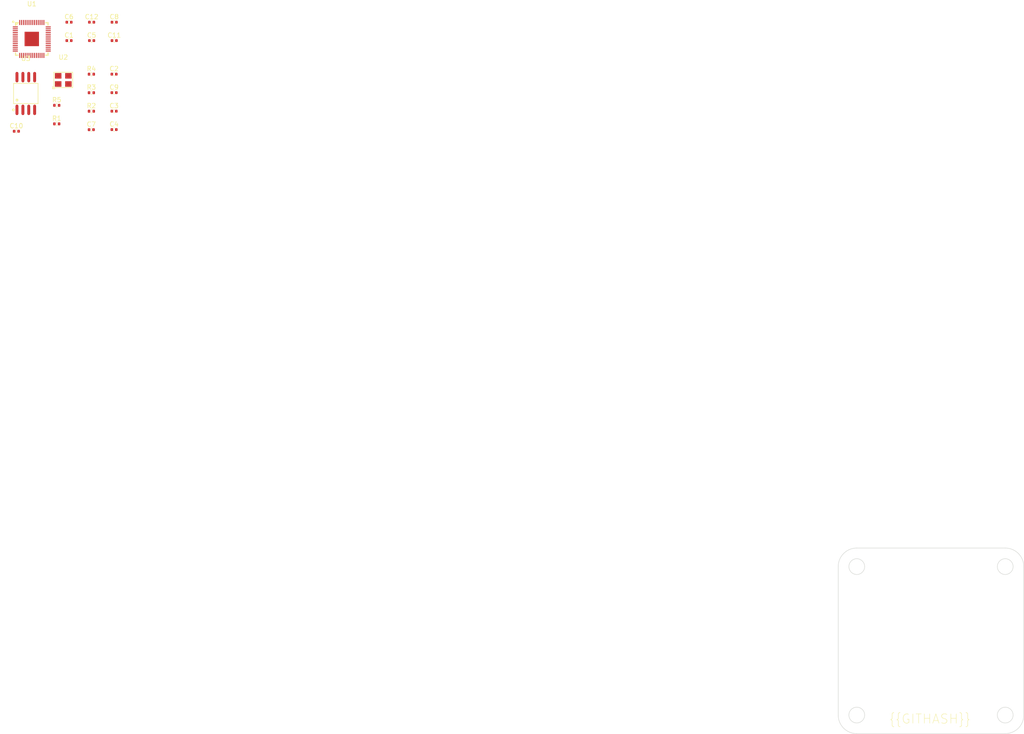
<source format=kicad_pcb>
(kicad_pcb (version 20221018) (generator pcbnew)
  (layers (0 "F.Cu" signal) (31 "B.Cu" signal) (34 "B.Paste" user) (35 "F.Paste" user) (36 "B.SilkS" user "B.Silkscreen") (37 "F.SilkS" user "F.Silkscreen") (38 "B.Mask" user) (39 "F.Mask" user) (44 "Edge.Cuts" user))
  (net 0 "")
  (net 1 "cs")
  (net 2 "io1")
  (net 3 "io2")
  (net 4 "gnd")
  (net 5 "vcc")
  (net 6 "io3")
  (net 7 "sck")
  (net 8 "io0")
  (net 9 "xout")
  (net 10 "vcc-3")
  (net 11 "usb_dp")
  (net 12 "dp")
  (net 13 "dm")
  (net 14 "usb_dm")
  (net 15 "run")
  (net 16 "vcc-2")
  (net 17 "gpio0")
  (net 18 "gpio1")
  (net 19 "gpio2")
  (net 20 "gpio3")
  (net 21 "gpio4")
  (net 22 "gpio5")
  (net 23 "gpio6")
  (net 24 "gpio7")
  (net 25 "miso")
  (net 26 "cs-1")
  (net 27 "sck-1")
  (net 28 "mosi")
  (net 29 "gpio12")
  (net 30 "gpio13")
  (net 31 "gpio14")
  (net 32 "gpio15")
  (net 33 "vcc-1")
  (net 34 "swclk")
  (net 35 "swdio")
  (net 36 "gpio16")
  (net 37 "gpio17")
  (net 38 "gpio18")
  (net 39 "gpio19")
  (net 40 "sda")
  (net 41 "scl")
  (net 42 "gpio22")
  (net 43 "gpio23")
  (net 44 "gpio24")
  (net 45 "gpio25")
  (net 46 "gpio26_a0")
  (net 47 "gpio27_a1")
  (net 48 "gpio28_a2")
  (net 49 "gpio29_a3")
  (footprint "lib:C0402" (layer "F.Cu") (at 60.62 -12.39)
    (fp_text reference "C7" (at 0 -1.16) (layer "F.SilkS"))
    (fp_text value "100.0 nF")
    (fp_line (start -0.107836 -0.36) (end 0.107836 -0.36) (stroke (width 0.12)) (layer "F.SilkS"))
    (fp_line (start -0.107836 0.36) (end 0.107836 0.36) (stroke (width 0.12)) (layer "F.SilkS"))
    (pad "1" smd roundrect (at -0.48 0) (size 0.56 0.62) (layers "F.Cu" "F.Paste" "F.Mask") (net 5 "vcc"))
    (pad "2" smd roundrect (at 0.48 0) (size 0.56 0.62) (layers "F.Cu" "F.Paste" "F.Mask") (net 4 "gnd"))
  )
  (footprint "lib:C0402" (layer "F.Cu") (at 65.56 -31.59)
    (fp_text reference "C11" (at 0 -1.16) (layer "F.SilkS"))
    (fp_text value "100.0 nF")
    (fp_line (start -0.107836 -0.36) (end 0.107836 -0.36) (stroke (width 0.12)) (layer "F.SilkS"))
    (fp_line (start -0.107836 0.36) (end 0.107836 0.36) (stroke (width 0.12)) (layer "F.SilkS"))
    (pad "1" smd roundrect (at -0.48 0) (size 0.56 0.62) (layers "F.Cu" "F.Paste" "F.Mask") (net 33 "vcc-1"))
    (pad "2" smd roundrect (at 0.48 0) (size 0.56 0.62) (layers "F.Cu" "F.Paste" "F.Mask") (net 4 "gnd"))
  )
  (footprint "lib:C0402" (layer "F.Cu") (at 65.56 -35.56)
    (fp_text reference "C8" (at 0 -1.16) (layer "F.SilkS"))
    (fp_text value "1.0 uF")
    (fp_line (start -0.107836 -0.36) (end 0.107836 -0.36) (stroke (width 0.12)) (layer "F.SilkS"))
    (fp_line (start -0.107836 0.36) (end 0.107836 0.36) (stroke (width 0.12)) (layer "F.SilkS"))
    (pad "1" smd roundrect (at -0.48 0) (size 0.56 0.62) (layers "F.Cu" "F.Paste" "F.Mask") (net 5 "vcc"))
    (pad "2" smd roundrect (at 0.48 0) (size 0.56 0.62) (layers "F.Cu" "F.Paste" "F.Mask") (net 4 "gnd"))
  )
  (footprint "lib:R0402" (layer "F.Cu") (at 60.64 -16.37)
    (fp_text reference "R2" (at 0 -1.17) (layer "F.SilkS"))
    (fp_text value "27.0 KΩ")
    (fp_line (start -0.153641 -0.38) (end 0.153641 -0.38) (stroke (width 0.12)) (layer "F.SilkS"))
    (fp_line (start -0.153641 0.38) (end 0.153641 0.38) (stroke (width 0.12)) (layer "F.SilkS"))
    (pad "1" smd roundrect (at -0.51 0) (size 0.54 0.64) (layers "F.Cu" "F.Paste" "F.Mask") (net 11 "usb_dp"))
    (pad "2" smd roundrect (at 0.51 0) (size 0.54 0.64) (layers "F.Cu" "F.Paste" "F.Mask") (net 12 "dp"))
  )
  (footprint "lib:SOIC-8_L5.3-W5.3-P1.27-LS8.0-BL" (layer "F.Cu") (at 46.505 -20.19)
    (fp_text reference "U3" (at 0 -7.53) (layer "F.SilkS"))
    (fp_text value "")
    (fp_line (start -2.64 -2.18) (end 2.64 -2.18) (stroke (width 0.15)) (layer "F.SilkS"))
    (fp_line (start -2.64 2.18) (end -2.64 -2.18) (stroke (width 0.15)) (layer "F.SilkS"))
    (fp_line (start 2.64 -2.18) (end 2.64 2.18) (stroke (width 0.15)) (layer "F.SilkS"))
    (fp_line (start 2.64 2.18) (end -2.64 2.18) (stroke (width 0.15)) (layer "F.SilkS"))
    (fp_circle (center -2.67 3.53) (end -2.52 3.53) (stroke (width 0.3)) (fill none) (layer "F.SilkS"))
    (fp_circle (center -1.91 1.42) (end -1.76 1.42) (stroke (width 0.3)) (fill none) (layer "F.SilkS"))
    (pad "1" smd oval (at -1.91 3.53) (size 0.63 2.25) (layers "F.Cu" "F.Paste" "F.Mask") (net 1 "cs"))
    (pad "2" smd oval (at -0.63 3.53) (size 0.63 2.25) (layers "F.Cu" "F.Paste" "F.Mask") (net 2 "io1"))
    (pad "3" smd oval (at 0.63 3.53) (size 0.63 2.25) (layers "F.Cu" "F.Paste" "F.Mask") (net 3 "io2"))
    (pad "4" smd oval (at 1.9 3.53) (size 0.63 2.25) (layers "F.Cu" "F.Paste" "F.Mask") (net 4 "gnd"))
    (pad "5" smd oval (at 1.9 -3.53) (size 0.63 2.25) (layers "F.Cu" "F.Paste" "F.Mask") (net 8 "io0"))
    (pad "6" smd oval (at 0.63 -3.53) (size 0.63 2.25) (layers "F.Cu" "F.Paste" "F.Mask") (net 7 "sck"))
    (pad "7" smd oval (at -0.63 -3.53) (size 0.63 2.25) (layers "F.Cu" "F.Paste" "F.Mask") (net 6 "io3"))
    (pad "8" smd oval (at -1.91 -3.53) (size 0.63 2.25) (layers "F.Cu" "F.Paste" "F.Mask") (net 5 "vcc"))
  )
  (footprint "lib:R0402" (layer "F.Cu") (at 53.17 -17.64)
    (fp_text reference "R5" (at 0 -1.17) (layer "F.SilkS"))
    (fp_text value "10.0 KΩ")
    (fp_line (start -0.153641 -0.38) (end 0.153641 -0.38) (stroke (width 0.12)) (layer "F.SilkS"))
    (fp_line (start -0.153641 0.38) (end 0.153641 0.38) (stroke (width 0.12)) (layer "F.SilkS"))
    (pad "1" smd roundrect (at -0.51 0) (size 0.54 0.64) (layers "F.Cu" "F.Paste" "F.Mask") (net 5 "vcc"))
    (pad "2" smd roundrect (at 0.51 0) (size 0.54 0.64) (layers "F.Cu" "F.Paste" "F.Mask") (net 1 "cs"))
  )
  (footprint "lib:R0402" (layer "F.Cu") (at 60.64 -20.36)
    (fp_text reference "R3" (at 0 -1.17) (layer "F.SilkS"))
    (fp_text value "27.0 KΩ")
    (fp_line (start -0.153641 -0.38) (end 0.153641 -0.38) (stroke (width 0.12)) (layer "F.SilkS"))
    (fp_line (start -0.153641 0.38) (end 0.153641 0.38) (stroke (width 0.12)) (layer "F.SilkS"))
    (pad "1" smd roundrect (at -0.51 0) (size 0.54 0.64) (layers "F.Cu" "F.Paste" "F.Mask") (net 13 "dm"))
    (pad "2" smd roundrect (at 0.51 0) (size 0.54 0.64) (layers "F.Cu" "F.Paste" "F.Mask") (net 14 "usb_dm"))
  )
  (footprint "lib:R0402" (layer "F.Cu") (at 60.64 -24.35)
    (fp_text reference "R4" (at 0 -1.17) (layer "F.SilkS"))
    (fp_text value "10.0 KΩ")
    (fp_line (start -0.153641 -0.38) (end 0.153641 -0.38) (stroke (width 0.12)) (layer "F.SilkS"))
    (fp_line (start -0.153641 0.38) (end 0.153641 0.38) (stroke (width 0.12)) (layer "F.SilkS"))
    (pad "1" smd roundrect (at -0.51 0) (size 0.54 0.64) (layers "F.Cu" "F.Paste" "F.Mask") (net 5 "vcc"))
    (pad "2" smd roundrect (at 0.51 0) (size 0.54 0.64) (layers "F.Cu" "F.Paste" "F.Mask") (net 15 "run"))
  )
  (footprint "lib:R0402" (layer "F.Cu") (at 53.17 -13.65)
    (fp_text reference "R1" (at 0 -1.17) (layer "F.SilkS"))
    (fp_text value "1.0 KΩ")
    (fp_line (start -0.153641 -0.38) (end 0.153641 -0.38) (stroke (width 0.12)) (layer "F.SilkS"))
    (fp_line (start -0.153641 0.38) (end 0.153641 0.38) (stroke (width 0.12)) (layer "F.SilkS"))
    (pad "1" smd roundrect (at -0.51 0) (size 0.54 0.64) (layers "F.Cu" "F.Paste" "F.Mask") (net 9 "xout"))
    (pad "2" smd roundrect (at 0.51 0) (size 0.54 0.64) (layers "F.Cu" "F.Paste" "F.Mask") (net 10 "vcc-3"))
  )
  (footprint "lib:C0402" (layer "F.Cu") (at 55.82 -35.56)
    (fp_text reference "C6" (at 0 -1.16) (layer "F.SilkS"))
    (fp_text value "100.0 nF")
    (fp_line (start -0.107836 -0.36) (end 0.107836 -0.36) (stroke (width 0.12)) (layer "F.SilkS"))
    (fp_line (start -0.107836 0.36) (end 0.107836 0.36) (stroke (width 0.12)) (layer "F.SilkS"))
    (pad "1" smd roundrect (at -0.48 0) (size 0.56 0.62) (layers "F.Cu" "F.Paste" "F.Mask") (net 5 "vcc"))
    (pad "2" smd roundrect (at 0.48 0) (size 0.56 0.62) (layers "F.Cu" "F.Paste" "F.Mask") (net 4 "gnd"))
  )
  (footprint "lib:C0402" (layer "F.Cu") (at 65.53 -24.36)
    (fp_text reference "C2" (at 0 -1.16) (layer "F.SilkS"))
    (fp_text value "22.0 pF")
    (fp_line (start -0.107836 -0.36) (end 0.107836 -0.36) (stroke (width 0.12)) (layer "F.SilkS"))
    (fp_line (start -0.107836 0.36) (end 0.107836 0.36) (stroke (width 0.12)) (layer "F.SilkS"))
    (pad "1" smd roundrect (at -0.48 0) (size 0.56 0.62) (layers "F.Cu" "F.Paste" "F.Mask") (net 10 "vcc-3"))
    (pad "2" smd roundrect (at 0.48 0) (size 0.56 0.62) (layers "F.Cu" "F.Paste" "F.Mask") (net 4 "gnd"))
  )
  (footprint "lib:C0402" (layer "F.Cu") (at 65.53 -20.37)
    (fp_text reference "C9" (at 0 -1.16) (layer "F.SilkS"))
    (fp_text value "100.0 nF")
    (fp_line (start -0.107836 -0.36) (end 0.107836 -0.36) (stroke (width 0.12)) (layer "F.SilkS"))
    (fp_line (start -0.107836 0.36) (end 0.107836 0.36) (stroke (width 0.12)) (layer "F.SilkS"))
    (pad "1" smd roundrect (at -0.48 0) (size 0.56 0.62) (layers "F.Cu" "F.Paste" "F.Mask") (net 33 "vcc-1"))
    (pad "2" smd roundrect (at 0.48 0) (size 0.56 0.62) (layers "F.Cu" "F.Paste" "F.Mask") (net 4 "gnd"))
  )
  (footprint "lib:C0402" (layer "F.Cu") (at 65.53 -16.38)
    (fp_text reference "C3" (at 0 -1.16) (layer "F.SilkS"))
    (fp_text value "100.0 nF")
    (fp_line (start -0.107836 -0.36) (end 0.107836 -0.36) (stroke (width 0.12)) (layer "F.SilkS"))
    (fp_line (start -0.107836 0.36) (end 0.107836 0.36) (stroke (width 0.12)) (layer "F.SilkS"))
    (pad "1" smd roundrect (at -0.48 0) (size 0.56 0.62) (layers "F.Cu" "F.Paste" "F.Mask") (net 5 "vcc"))
    (pad "2" smd roundrect (at 0.48 0) (size 0.56 0.62) (layers "F.Cu" "F.Paste" "F.Mask") (net 4 "gnd"))
  )
  (footprint "lib:C0402" (layer "F.Cu") (at 55.82 -31.59)
    (fp_text reference "C1" (at 0 -1.16) (layer "F.SilkS"))
    (fp_text value "22.0 pF")
    (fp_line (start -0.107836 -0.36) (end 0.107836 -0.36) (stroke (width 0.12)) (layer "F.SilkS"))
    (fp_line (start -0.107836 0.36) (end 0.107836 0.36) (stroke (width 0.12)) (layer "F.SilkS"))
    (pad "1" smd roundrect (at -0.48 0) (size 0.56 0.62) (layers "F.Cu" "F.Paste" "F.Mask") (net 16 "vcc-2"))
    (pad "2" smd roundrect (at 0.48 0) (size 0.56 0.62) (layers "F.Cu" "F.Paste" "F.Mask") (net 4 "gnd"))
  )
  (footprint "lib:OSC-SMD_4P-L3.2-W2.5-BL" (layer "F.Cu") (at 54.58 -23.12)
    (fp_text reference "U2" (at 0 -4.88) (layer "F.SilkS"))
    (fp_text value "")
    (fp_line (start -2.29 1.4) (end -2.29 1.91) (stroke (width 0.15)) (layer "F.SilkS"))
    (fp_line (start -2.29 1.91) (end -1.78 1.91) (stroke (width 0.15)) (layer "F.SilkS"))
    (fp_line (start -2.03 -1.65) (end 2.03 -1.65) (stroke (width 0.15)) (layer "F.SilkS"))
    (fp_line (start -2.03 1.68) (end -2.03 -1.65) (stroke (width 0.15)) (layer "F.SilkS"))
    (fp_line (start 2.03 -1.65) (end 2.03 0) (stroke (width 0.15)) (layer "F.SilkS"))
    (fp_line (start 2.03 0) (end 2.03 1.65) (stroke (width 0.15)) (layer "F.SilkS"))
    (fp_line (start 2.03 1.65) (end -2.03 1.68) (stroke (width 0.15)) (layer "F.SilkS"))
    (fp_line (start 2.03 1.65) (end 2.03 1.65) (stroke (width 0.15)) (layer "F.SilkS"))
    (pad "1" smd rect (at -1.1 0.88) (size 1.4 1.2) (layers "F.Cu" "F.Paste" "F.Mask") (net 16 "vcc-2"))
    (pad "2" smd rect (at 1.1 0.88) (size 1.4 1.2) (layers "F.Cu" "F.Paste" "F.Mask") (net 4 "gnd"))
    (pad "3" smd rect (at 1.1 -0.88) (size 1.4 1.2) (layers "F.Cu" "F.Paste" "F.Mask") (net 10 "vcc-3"))
    (pad "4" smd rect (at -1.1 -0.88) (size 1.4 1.2) (layers "F.Cu" "F.Paste" "F.Mask") (net 4 "gnd"))
  )
  (footprint "lib:C0402" (layer "F.Cu") (at 60.69 -35.56)
    (fp_text reference "C12" (at 0 -1.16) (layer "F.SilkS"))
    (fp_text value "1.0 uF")
    (fp_line (start -0.107836 -0.36) (end 0.107836 -0.36) (stroke (width 0.12)) (layer "F.SilkS"))
    (fp_line (start -0.107836 0.36) (end 0.107836 0.36) (stroke (width 0.12)) (layer "F.SilkS"))
    (pad "1" smd roundrect (at -0.48 0) (size 0.56 0.62) (layers "F.Cu" "F.Paste" "F.Mask") (net 33 "vcc-1"))
    (pad "2" smd roundrect (at 0.48 0) (size 0.56 0.62) (layers "F.Cu" "F.Paste" "F.Mask") (net 4 "gnd"))
  )
  (footprint "lib:C0402" (layer "F.Cu") (at 44.47 -12.05)
    (fp_text reference "C10" (at 0 -1.16) (layer "F.SilkS"))
    (fp_text value "100.0 nF")
    (fp_line (start -0.107836 -0.36) (end 0.107836 -0.36) (stroke (width 0.12)) (layer "F.SilkS"))
    (fp_line (start -0.107836 0.36) (end 0.107836 0.36) (stroke (width 0.12)) (layer "F.SilkS"))
    (pad "1" smd roundrect (at -0.48 0) (size 0.56 0.62) (layers "F.Cu" "F.Paste" "F.Mask") (net 33 "vcc-1"))
    (pad "2" smd roundrect (at 0.48 0) (size 0.56 0.62) (layers "F.Cu" "F.Paste" "F.Mask") (net 4 "gnd"))
  )
  (footprint "lib:LQFN-56_L7.0-W7.0-P0.4-EP" (layer "F.Cu") (at 47.79 -31.945)
    (fp_text reference "U1" (at 0 -7.55) (layer "F.SilkS"))
    (fp_text value "")
    (fp_line (start -3.5 -3.5) (end -2.93 -3.5) (stroke (width 0.25)) (layer "F.SilkS"))
    (fp_line (start -3.5 -2.93) (end -3.5 -3.5) (stroke (width 0.25)) (layer "F.SilkS"))
    (fp_line (start -3.5 -2.93) (end -2.93 -3.5) (stroke (width 0.25)) (layer "F.SilkS"))
    (fp_line (start -3.5 3.5) (end -3.5 2.93) (stroke (width 0.25)) (layer "F.SilkS"))
    (fp_line (start -3.4 3.5) (end -3.5 3.5) (stroke (width 0.25)) (layer "F.SilkS"))
    (fp_line (start -3.24 -3.5) (end -3.24 -3.4) (stroke (width 0.25)) (layer "F.SilkS"))
    (fp_line (start -3.24 -3.4) (end -3.5 -3.14) (stroke (width 0.25)) (layer "F.SilkS"))
    (fp_line (start -2.93 3.5) (end -3.4 3.5) (stroke (width 0.25)) (layer "F.SilkS"))
    (fp_line (start 2.93 -3.5) (end 3.5 -3.5) (stroke (width 0.25)) (layer "F.SilkS"))
    (fp_line (start 3.5 -3.5) (end 3.5 -2.93) (stroke (width 0.25)) (layer "F.SilkS"))
    (fp_line (start 3.5 2.93) (end 3.5 3.5) (stroke (width 0.25)) (layer "F.SilkS"))
    (fp_line (start 3.5 3.5) (end 2.93 3.5) (stroke (width 0.25)) (layer "F.SilkS"))
    (fp_circle (center -4 -3.7) (end -3.87 -3.7) (stroke (width 0.25)) (fill none) (layer "F.SilkS"))
    (pad "1" smd rect (at -3.55 -2.6) (size 1.1 0.2) (layers "F.Cu" "F.Paste" "F.Mask") (net 5 "vcc"))
    (pad "2" smd rect (at -3.55 -2.2) (size 1.1 0.2) (layers "F.Cu" "F.Paste" "F.Mask") (net 17 "gpio0"))
    (pad "3" smd rect (at -3.55 -1.8) (size 1.1 0.2) (layers "F.Cu" "F.Paste" "F.Mask") (net 18 "gpio1"))
    (pad "4" smd rect (at -3.55 -1.4) (size 1.1 0.2) (layers "F.Cu" "F.Paste" "F.Mask") (net 19 "gpio2"))
    (pad "5" smd rect (at -3.55 -1) (size 1.1 0.2) (layers "F.Cu" "F.Paste" "F.Mask") (net 20 "gpio3"))
    (pad "6" smd rect (at -3.55 -0.6) (size 1.1 0.2) (layers "F.Cu" "F.Paste" "F.Mask") (net 21 "gpio4"))
    (pad "7" smd rect (at -3.55 -0.2) (size 1.1 0.2) (layers "F.Cu" "F.Paste" "F.Mask") (net 22 "gpio5"))
    (pad "8" smd rect (at -3.55 0.2) (size 1.1 0.2) (layers "F.Cu" "F.Paste" "F.Mask") (net 23 "gpio6"))
    (pad "9" smd rect (at -3.55 0.6) (size 1.1 0.2) (layers "F.Cu" "F.Paste" "F.Mask") (net 24 "gpio7"))
    (pad "10" smd rect (at -3.55 1) (size 1.1 0.2) (layers "F.Cu" "F.Paste" "F.Mask") (net 5 "vcc"))
    (pad "11" smd rect (at -3.55 1.4) (size 1.1 0.2) (layers "F.Cu" "F.Paste" "F.Mask") (net 25 "miso"))
    (pad "12" smd rect (at -3.55 1.8) (size 1.1 0.2) (layers "F.Cu" "F.Paste" "F.Mask") (net 26 "cs-1"))
    (pad "13" smd rect (at -3.55 2.2) (size 1.1 0.2) (layers "F.Cu" "F.Paste" "F.Mask") (net 27 "sck-1"))
    (pad "14" smd rect (at -3.55 2.6) (size 1.1 0.2) (layers "F.Cu" "F.Paste" "F.Mask") (net 28 "mosi"))
    (pad "15" smd rect (at -2.6 3.55 90) (size 1.1 0.2) (layers "F.Cu" "F.Paste" "F.Mask") (net 29 "gpio12"))
    (pad "16" smd rect (at -2.2 3.55 90) (size 1.1 0.2) (layers "F.Cu" "F.Paste" "F.Mask") (net 30 "gpio13"))
    (pad "17" smd rect (at -1.8 3.55 90) (size 1.1 0.2) (layers "F.Cu" "F.Paste" "F.Mask") (net 31 "gpio14"))
    (pad "18" smd rect (at -1.4 3.55 90) (size 1.1 0.2) (layers "F.Cu" "F.Paste" "F.Mask") (net 32 "gpio15"))
    (pad "19" smd rect (at -1 3.55 90) (size 1.1 0.2) (layers "F.Cu" "F.Paste" "F.Mask") (net 4 "gnd"))
    (pad "20" smd rect (at -0.6 3.55 90) (size 1.1 0.2) (layers "F.Cu" "F.Paste" "F.Mask") (net 16 "vcc-2"))
    (pad "21" smd rect (at -0.2 3.55 90) (size 1.1 0.2) (layers "F.Cu" "F.Paste" "F.Mask") (net 9 "xout"))
    (pad "22" smd rect (at 0.2 3.55 90) (size 1.1 0.2) (layers "F.Cu" "F.Paste" "F.Mask") (net 5 "vcc"))
    (pad "23" smd rect (at 0.6 3.55 90) (size 1.1 0.2) (layers "F.Cu" "F.Paste" "F.Mask") (net 33 "vcc-1"))
    (pad "24" smd rect (at 1 3.55 90) (size 1.1 0.2) (layers "F.Cu" "F.Paste" "F.Mask") (net 34 "swclk"))
    (pad "25" smd rect (at 1.4 3.55 90) (size 1.1 0.2) (layers "F.Cu" "F.Paste" "F.Mask") (net 35 "swdio"))
    (pad "26" smd rect (at 1.8 3.55 90) (size 1.1 0.2) (layers "F.Cu" "F.Paste" "F.Mask") (net 15 "run"))
    (pad "27" smd rect (at 2.2 3.55 90) (size 1.1 0.2) (layers "F.Cu" "F.Paste" "F.Mask") (net 36 "gpio16"))
    (pad "28" smd rect (at 2.6 3.55 90) (size 1.1 0.2) (layers "F.Cu" "F.Paste" "F.Mask") (net 37 "gpio17"))
    (pad "29" smd rect (at 3.55 2.6 180) (size 1.1 0.2) (layers "F.Cu" "F.Paste" "F.Mask") (net 38 "gpio18"))
    (pad "30" smd rect (at 3.55 2.2 180) (size 1.1 0.2) (layers "F.Cu" "F.Paste" "F.Mask") (net 39 "gpio19"))
    (pad "31" smd rect (at 3.55 1.8 180) (size 1.1 0.2) (layers "F.Cu" "F.Paste" "F.Mask") (net 40 "sda"))
    (pad "32" smd rect (at 3.55 1.4 180) (size 1.1 0.2) (layers "F.Cu" "F.Paste" "F.Mask") (net 41 "scl"))
    (pad "33" smd rect (at 3.55 1 180) (size 1.1 0.2) (layers "F.Cu" "F.Paste" "F.Mask") (net 5 "vcc"))
    (pad "34" smd rect (at 3.55 0.6 180) (size 1.1 0.2) (layers "F.Cu" "F.Paste" "F.Mask") (net 42 "gpio22"))
    (pad "35" smd rect (at 3.55 0.2 180) (size 1.1 0.2) (layers "F.Cu" "F.Paste" "F.Mask") (net 43 "gpio23"))
    (pad "36" smd rect (at 3.55 -0.2 180) (size 1.1 0.2) (layers "F.Cu" "F.Paste" "F.Mask") (net 44 "gpio24"))
    (pad "37" smd rect (at 3.55 -0.6 180) (size 1.1 0.2) (layers "F.Cu" "F.Paste" "F.Mask") (net 45 "gpio25"))
    (pad "38" smd rect (at 3.55 -1 180) (size 1.1 0.2) (layers "F.Cu" "F.Paste" "F.Mask") (net 46 "gpio26_a0"))
    (pad "39" smd rect (at 3.55 -1.4 180) (size 1.1 0.2) (layers "F.Cu" "F.Paste" "F.Mask") (net 47 "gpio27_a1"))
    (pad "40" smd rect (at 3.55 -1.8 180) (size 1.1 0.2) (layers "F.Cu" "F.Paste" "F.Mask") (net 48 "gpio28_a2"))
    (pad "41" smd rect (at 3.55 -2.2 180) (size 1.1 0.2) (layers "F.Cu" "F.Paste" "F.Mask") (net 49 "gpio29_a3"))
    (pad "42" smd rect (at 3.55 -2.6 180) (size 1.1 0.2) (layers "F.Cu" "F.Paste" "F.Mask") (net 5 "vcc"))
    (pad "43" smd rect (at 2.6 -3.55 270) (size 1.1 0.2) (layers "F.Cu" "F.Paste" "F.Mask") (net 5 "vcc"))
    (pad "44" smd rect (at 2.2 -3.55 270) (size 1.1 0.2) (layers "F.Cu" "F.Paste" "F.Mask") (net 5 "vcc"))
    (pad "45" smd rect (at 1.8 -3.55 270) (size 1.1 0.2) (layers "F.Cu" "F.Paste" "F.Mask") (net 33 "vcc-1"))
    (pad "46" smd rect (at 1.4 -3.55 270) (size 1.1 0.2) (layers "F.Cu" "F.Paste" "F.Mask") (net 14 "usb_dm"))
    (pad "47" smd rect (at 1 -3.55 270) (size 1.1 0.2) (layers "F.Cu" "F.Paste" "F.Mask") (net 11 "usb_dp"))
    (pad "48" smd rect (at 0.6 -3.55 270) (size 1.1 0.2) (layers "F.Cu" "F.Paste" "F.Mask") (net 5 "vcc"))
    (pad "49" smd rect (at 0.2 -3.55 270) (size 1.1 0.2) (layers "F.Cu" "F.Paste" "F.Mask") (net 5 "vcc"))
    (pad "50" smd rect (at -0.2 -3.55 270) (size 1.1 0.2) (layers "F.Cu" "F.Paste" "F.Mask") (net 33 "vcc-1"))
    (pad "51" smd rect (at -0.6 -3.55 270) (size 1.1 0.2) (layers "F.Cu" "F.Paste" "F.Mask") (net 6 "io3"))
    (pad "52" smd rect (at -1 -3.55 270) (size 1.1 0.2) (layers "F.Cu" "F.Paste" "F.Mask") (net 7 "sck"))
    (pad "53" smd rect (at -1.4 -3.55 270) (size 1.1 0.2) (layers "F.Cu" "F.Paste" "F.Mask") (net 8 "io0"))
    (pad "54" smd rect (at -1.8 -3.55 270) (size 1.1 0.2) (layers "F.Cu" "F.Paste" "F.Mask") (net 3 "io2"))
    (pad "55" smd rect (at -2.2 -3.55 270) (size 1.1 0.2) (layers "F.Cu" "F.Paste" "F.Mask") (net 2 "io1"))
    (pad "56" smd rect (at -2.6 -3.55 270) (size 1.1 0.2) (layers "F.Cu" "F.Paste" "F.Mask") (net 1 "cs"))
    (pad "57" smd rect (at 0 0) (size 3.1 3.1) (layers "F.Cu" "F.Paste" "F.Mask") (net 4 "gnd"))
  )
  (footprint "lib:C0402" (layer "F.Cu") (at 65.53 -12.41)
    (fp_text reference "C4" (at 0 -1.16) (layer "F.SilkS"))
    (fp_text value "100.0 nF")
    (fp_line (start -0.107836 -0.36) (end 0.107836 -0.36) (stroke (width 0.12)) (layer "F.SilkS"))
    (fp_line (start -0.107836 0.36) (end 0.107836 0.36) (stroke (width 0.12)) (layer "F.SilkS"))
    (pad "1" smd roundrect (at -0.48 0) (size 0.56 0.62) (layers "F.Cu" "F.Paste" "F.Mask") (net 5 "vcc"))
    (pad "2" smd roundrect (at 0.48 0) (size 0.56 0.62) (layers "F.Cu" "F.Paste" "F.Mask") (net 4 "gnd"))
  )
  (footprint "lib:C0402" (layer "F.Cu") (at 60.69 -31.59)
    (fp_text reference "C5" (at 0 -1.16) (layer "F.SilkS"))
    (fp_text value "100.0 nF")
    (fp_line (start -0.107836 -0.36) (end 0.107836 -0.36) (stroke (width 0.12)) (layer "F.SilkS"))
    (fp_line (start -0.107836 0.36) (end 0.107836 0.36) (stroke (width 0.12)) (layer "F.SilkS"))
    (pad "1" smd roundrect (at -0.48 0) (size 0.56 0.62) (layers "F.Cu" "F.Paste" "F.Mask") (net 5 "vcc"))
    (pad "2" smd roundrect (at 0.48 0) (size 0.56 0.62) (layers "F.Cu" "F.Paste" "F.Mask") (net 4 "gnd"))
  )
  (gr_circle (center 225.62 81.79) (end 227.32 81.79) (stroke (width 0.1)) (fill none) (layer "Edge.Cuts"))
  (gr_circle (center 257.62 113.79) (end 259.32 113.79) (stroke (width 0.1)) (fill none) (layer "Edge.Cuts"))
  (gr_circle (center 257.62 81.79) (end 259.32 81.79) (stroke (width 0.1)) (fill none) (layer "Edge.Cuts"))
  (gr_arc (start 261.62 113.79) (mid 260.448427 116.618427) (end 257.62 117.79) (stroke (width 0.1)) (layer "Edge.Cuts"))
  (gr_arc (start 225.62 117.79) (mid 222.791573 116.618427) (end 221.62 113.79) (stroke (width 0.1)) (layer "Edge.Cuts"))
  (gr_line (start 261.62 113.79) (end 261.62 81.79) (stroke (width 0.1)) (layer "Edge.Cuts"))
  (gr_line (start 221.62 81.79) (end 221.62 113.79) (stroke (width 0.1)) (layer "Edge.Cuts"))
  (gr_arc (start 257.62 77.79) (mid 260.448427 78.961573) (end 261.62 81.79) (stroke (width 0.1)) (layer "Edge.Cuts"))
  (gr_line (start 257.62 77.79) (end 225.62 77.79) (stroke (width 0.1)) (layer "Edge.Cuts"))
  (gr_arc (start 221.62 81.79) (mid 222.791573 78.961573) (end 225.62 77.79) (stroke (width 0.1)) (layer "Edge.Cuts"))
  (gr_circle (center 225.62 113.79) (end 227.32 113.79) (stroke (width 0.1)) (fill none) (layer "Edge.Cuts"))
  (gr_line (start 225.62 117.79) (end 257.62 117.79) (stroke (width 0.1)) (layer "Edge.Cuts"))
  (gr_text "{{GITHASH}}" (at 232.508427 115.791573) (layer "F.SilkS") (effects (font (size 2 2) (thickness 0.1)) (justify left bottom)))
)
</source>
